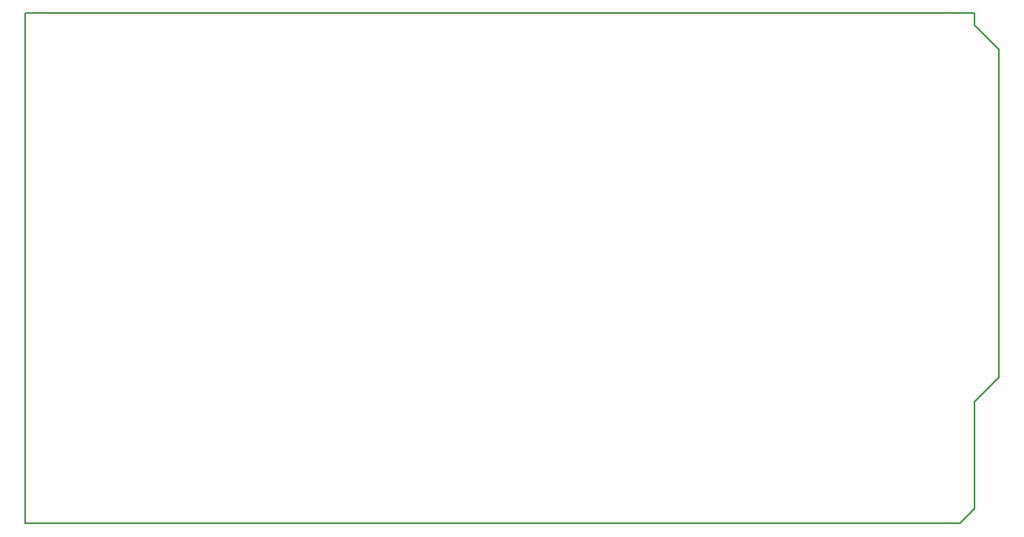
<source format=gbr>
%TF.GenerationSoftware,KiCad,Pcbnew,8.0.1*%
%TF.CreationDate,2024-05-22T11:23:19+02:00*%
%TF.ProjectId,Master,4d617374-6572-42e6-9b69-6361645f7063,rev?*%
%TF.SameCoordinates,Original*%
%TF.FileFunction,Legend,Bot*%
%TF.FilePolarity,Positive*%
%FSLAX46Y46*%
G04 Gerber Fmt 4.6, Leading zero omitted, Abs format (unit mm)*
G04 Created by KiCad (PCBNEW 8.0.1) date 2024-05-22 11:23:19*
%MOMM*%
%LPD*%
G01*
G04 APERTURE LIST*
%ADD10C,0.150000*%
G04 APERTURE END LIST*
D10*
%TO.C,A1*%
X81000000Y-69800000D02*
X180060000Y-69800000D01*
X81000000Y-123140000D02*
X81000000Y-69800000D01*
X81000000Y-123140000D02*
X178536000Y-123140000D01*
X178536000Y-123140000D02*
X180060000Y-121616000D01*
X180060000Y-69800000D02*
X180060000Y-71070000D01*
X180060000Y-71070000D02*
X182600000Y-73610000D01*
X180060000Y-110440000D02*
X180060000Y-121616000D01*
X182600000Y-73610000D02*
X182600000Y-107900000D01*
X182600000Y-107900000D02*
X180060000Y-110440000D01*
%TD*%
M02*

</source>
